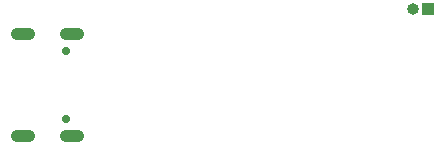
<source format=gbr>
%TF.GenerationSoftware,KiCad,Pcbnew,5.1.10-88a1d61d58~90~ubuntu20.04.1*%
%TF.CreationDate,2021-07-15T12:02:29+05:30*%
%TF.ProjectId,kimchi-uart-adapter,6b696d63-6869-42d7-9561-72742d616461,rev?*%
%TF.SameCoordinates,Original*%
%TF.FileFunction,Soldermask,Bot*%
%TF.FilePolarity,Negative*%
%FSLAX46Y46*%
G04 Gerber Fmt 4.6, Leading zero omitted, Abs format (unit mm)*
G04 Created by KiCad (PCBNEW 5.1.10-88a1d61d58~90~ubuntu20.04.1) date 2021-07-15 12:02:29*
%MOMM*%
%LPD*%
G01*
G04 APERTURE LIST*
%ADD10O,2.100000X1.050000*%
%ADD11C,0.700000*%
%ADD12O,1.000000X1.000000*%
%ADD13R,1.000000X1.000000*%
G04 APERTURE END LIST*
D10*
%TO.C,J1*%
X140130000Y-96060000D03*
X140130000Y-104700000D03*
X135950000Y-96060000D03*
X135950000Y-104700000D03*
D11*
X139600000Y-97490000D03*
X139600000Y-103270000D03*
%TD*%
D12*
%TO.C,J2*%
X168930000Y-93930000D03*
D13*
X170200000Y-93930000D03*
%TD*%
M02*

</source>
